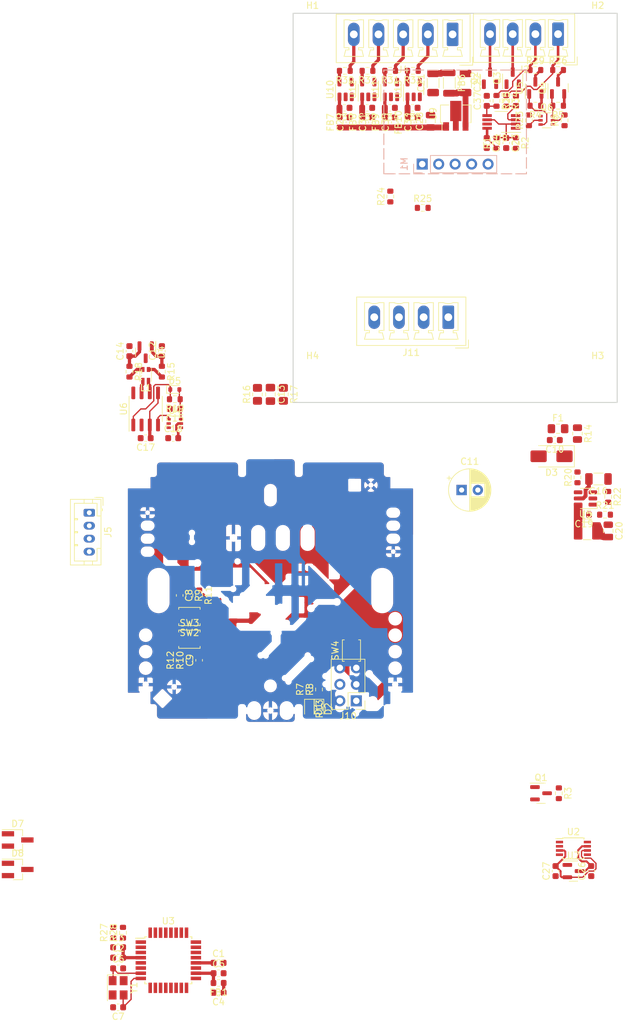
<source format=kicad_pcb>
(kicad_pcb (version 20221018) (generator pcbnew)
  (layers (0 "F.Cu" signal) (31 "B.Cu" signal) (34 "B.Paste" user) (35 "F.Paste" user) (36 "B.SilkS" user "B.Silkscreen") (37 "F.SilkS" user "F.Silkscreen") (38 "B.Mask" user) (39 "F.Mask" user) (44 "Edge.Cuts" user))
  (net 0 "")
  (net 1 "GND")
  (net 2 "+24V")
  (net 3 "+5V")
  (net 4 "/MCU/AREF")
  (net 5 "+5VA")
  (net 6 "/MCU/XTAL1")
  (net 7 "/MCU/XTAL2")
  (net 8 "/MCU/BT_0")
  (net 9 "/MCU/BT_1")
  (net 10 "/input, power, bus/CAN_{SPLIT}")
  (net 11 "/input, power, bus/TX_{DL}")
  (net 12 "/input, power, bus/BST")
  (net 13 "/input, power, bus/SW")
  (net 14 "Net-(D1-K)")
  (net 15 "Net-(D2-K)")
  (net 16 "Net-(L1-Pad1)")
  (net 17 "Net-(L1-Pad4)")
  (net 18 "/MCU/LD_1")
  (net 19 "Net-(R11-Pad2)")
  (net 20 "Net-(R10-Pad2)")
  (net 21 "/input, power, bus/EN")
  (net 22 "/input, power, bus/FB")
  (net 23 "/MCU/RXD")
  (net 24 "/MCU/TXD")
  (net 25 "/MCU/CD")
  (net 26 "VBUS")
  (net 27 "/MOSI")
  (net 28 "/MISO")
  (net 29 "/SCK")
  (net 30 "Net-(U9-IN)")
  (net 31 "/MCU/ISP_SCK")
  (net 32 "/MCU/~{ISP_RST}")
  (net 33 "/damp/VREF")
  (net 34 "Net-(U8A-+)")
  (net 35 "+3.3V")
  (net 36 "+12V")
  (net 37 "/input, power, bus/CAN-")
  (net 38 "/input, power, bus/CAN+")
  (net 39 "/input, power, bus/CAN_P")
  (net 40 "/input, power, bus/CAN_N")
  (net 41 "/out/12V0")
  (net 42 "/out/12V1")
  (net 43 "/out/12V2")
  (net 44 "/out/12V3")
  (net 45 "Net-(U8B-+)")
  (net 46 "/SDA")
  (net 47 "/SCL")
  (net 48 "/out/OUT1")
  (net 49 "/out/OUT0")
  (net 50 "/out/OUT3")
  (net 51 "/out/OUT2")
  (net 52 "/radar/RX3V")
  (net 53 "/radar/TX3V")
  (net 54 "/radar/INT3V")
  (net 55 "/damp/C-")
  (net 56 "/damp/O-")
  (net 57 "/damp/B+")
  (net 58 "/damp/A+")
  (net 59 "/MCU/ISP_MISO")
  (net 60 "/MCU/ISP_MOSI")
  (net 61 "/MCU/INT1")
  (net 62 "/MCU/CLS")
  (net 63 "/MCU/OPN")
  (net 64 "Net-(Q4-G)")
  (net 65 "Net-(Q4-D)")
  (net 66 "Net-(Q5-G)")
  (net 67 "Net-(Q5-D)")
  (net 68 "/MCU/A_EN")
  (net 69 "/MCU/B_EN")
  (net 70 "/MCU/A_FB")
  (net 71 "/MCU/B_FB")
  (net 72 "Net-(U10-OUT)")
  (net 73 "Net-(U11-OUT)")
  (net 74 "Net-(U12-OUT)")
  (net 75 "Net-(U13-OUT)")
  (net 76 "/DIM1")
  (net 77 "/DIM0")
  (net 78 "/DIM2")
  (net 79 "/DIM3")
  (footprint "Resistor_SMD:R_0603_1608Metric" (layer "F.Cu") (at 155 119.25 90)
    (fp_text reference "R7")
    (fp_text value "R")
  )
  (footprint "Resistor_SMD:R_0603_1608Metric" (layer "F.Cu") (at 136.5 114.75 90)
    (fp_text reference "R10")
    (fp_text value "R")
  )
  (footprint "Resistor_SMD:R_0603_1608Metric" (layer "F.Cu") (at 160.4775 23.875 180)
    (fp_text reference "R30")
    (fp_text value "200")
  )
  (footprint "Package_TO_SOT_SMD:SOT-23" (layer "F.Cu") (at 186.38 25 90)
    (fp_text reference "Q3")
    (fp_text value "2N7002K")
  )
  (footprint "MountingHole:MountingHole_3.2mm_M3" (layer "F.Cu") (at 199.5 72)
    (fp_text reference "H3")
    (fp_text value "MountingHole")
  )
  (footprint "Resistor_SMD:R_0603_1608Metric" (layer "F.Cu") (at 193.5 135.25 -90)
    (fp_text reference "R3")
    (fp_text value "R")
  )
  (footprint "Capacitor_SMD:C_1206_3216Metric" (layer "F.Cu") (at 174.1025 25.75 90)
    (fp_text reference "C21")
    (fp_text value "C")
  )
  (footprint "Package_TO_SOT_SMD:SOT-23-5" (layer "F.Cu") (at 164.1025 26.75 90)
    (fp_text reference "U12")
    (fp_text value "UCC27517")
  )
  (footprint "Capacitor_SMD:C_0603_1608Metric" (layer "F.Cu") (at 134 80.5)
    (fp_text reference "C18")
    (fp_text value "100n")
  )
  (footprint "Resistor_SMD:R_0603_1608Metric" (layer "F.Cu") (at 189.88 29.25 180)
    (fp_text reference "R4")
    (fp_text value "R")
  )
  (footprint "Capacitor_SMD:C_0603_1608Metric" (layer "F.Cu") (at 125.5 168.25 180)
    (fp_text reference "C7")
    (fp_text value "20p")
  )
  (footprint "Capacitor_SMD:C_0603_1608Metric" (layer "F.Cu") (at 125.5 162.25)
    (fp_text reference "C6")
    (fp_text value "20p")
  )
  (footprint "Resistor_SMD:R_0603_1608Metric" (layer "F.Cu") (at 136.5 104.75 -90)
    (fp_text reference "R9")
    (fp_text value "R")
  )
  (footprint "Resistor_SMD:R_0603_1608Metric" (layer "F.Cu") (at 183.88 35 90)
    (fp_text reference "R1")
    (fp_text value "R")
  )
  (footprint "Capacitor_SMD:C_0603_1608Metric" (layer "F.Cu") (at 135 104.75 -90)
    (fp_text reference "C8")
    (fp_text value "C")
  )
  (footprint "Package_TO_SOT_SMD:SOT-23" (layer "F.Cu") (at 189.88 26.5 90)
    (fp_text reference "Q5")
    (fp_text value "BSS83P")
  )
  (footprint "Capacitor_SMD:C_0603_1608Metric" (layer "F.Cu") (at 125.5 159)
    (fp_text reference "C3")
    (fp_text value "1u")
  )
  (footprint "Package_QFP:TQFP-32_7x7mm_P0.8mm" (layer "F.Cu") (at 133.25 161)
    (fp_text reference "U3")
    (fp_text value "ATmega328PB-A")
  )
  (footprint "Capacitor_SMD:C_0603_1608Metric" (layer "F.Cu") (at 138 114.75 90)
    (fp_text reference "C9")
    (fp_text value "C")
  )
  (footprint "Capacitor_SMD:C_0603_1608Metric" (layer "F.Cu") (at 161.1775 31.825 90)
    (fp_text reference "C29")
    (fp_text value "C")
  )
  (footprint "Diode_SMD:D_SOD-523" (layer "F.Cu") (at 134.25 73.000004)
    (fp_text reference "D5")
    (fp_text value "DNP")
  )
  (footprint "Diode_SMD:D_SMA" (layer "F.Cu") (at 192.375 83.299999 180)
    (fp_text reference "D3")
    (fp_text value "D_Zener")
  )
  (footprint "Resistor_SMD:R_0603_1608Metric" (layer "F.Cu") (at 135 114.75 90)
    (fp_text reference "R12")
    (fp_text value "R")
  )
  (footprint "Resistor_SMD:R_0603_1608Metric" (layer "F.Cu") (at 163.9775 23.875 180)
    (fp_text reference "R32")
    (fp_text value "200")
  )
  (footprint "MountingHole:MountingHole_3.2mm_M3" (layer "F.Cu") (at 155.5 18)
    (fp_text reference "H1")
    (fp_text value "MountingHole")
  )
  (footprint "Connector_Phoenix_MC:PhoenixContact_MCV_1,5_5-G-3.81_1x05_P3.81mm_Vertical" (layer "F.Cu") (at 177.1025 18.25 180)
    (fp_text reference "J4")
    (fp_text value "Screw_Terminal_01x05")
  )
  (footprint "Capacitor_SMD:C_0603_1608Metric" (layer "F.Cu") (at 197.375 92.299999 180)
    (fp_text reference "C19")
    (fp_text value "100n")
  )
  (footprint "Package_TO_SOT_SMD:SOT-23" (layer "F.Cu") (at 182.88 25 90)
    (fp_text reference "Q2")
    (fp_text value "2N7002K")
  )
  (footprint "Package_TO_SOT_SMD:SOT-23" (layer "F.Cu") (at 195.75 147.25)
    (fp_text reference "U7")
    (fp_text value "APE8865N-33-HF-3")
  )
  (footprint "Resistor_SMD:R_0603_1608Metric" (layer "F.Cu") (at 200.625 92.299999)
    (fp_text reference "R21")
    (fp_text value "43k")
  )
  (footprint "Package_TO_SOT_SMD:SOT-89-3" (layer "F.Cu") (at 177.6025 30.5 90)
    (fp_text reference "U9")
    (fp_text value "L78L12_SOT89")
  )
  (footprint "Fuse:Fuse_0805_2012Metric_Pad1.15x1.40mm_HandSolder" (layer "F.Cu") (at 193.375 79.049999)
    (fp_text reference "F1")
    (fp_text value "Fuse")
  )
  (footprint "MountingHole:MountingHole_3.2mm_M3" (layer "F.Cu") (at 199.5 18)
    (fp_text reference "H2")
    (fp_text value "MountingHole")
  )
  (footprint "Capacitor_SMD:C_0603_1608Metric" (layer "F.Cu") (at 125.5 160.6)
    (fp_text reference "C2")
    (fp_text value "100n")
  )
  (footprint "Capacitor_SMD:C_0603_1608Metric" (layer "F.Cu") (at 129.75 80.5 180)
    (fp_text reference "C17")
    (fp_text value "C")
  )
  (footprint "Resistor_SMD:R_0603_1608Metric" (layer "F.Cu") (at 156.5 119.25 90)
    (fp_text reference "R8")
    (fp_text value "R")
  )
  (footprint "Capacitor_SMD:C_1206_3216Metric" (layer "F.Cu") (at 199.612501 86.799999 180)
    (fp_text reference "C16")
    (fp_text value "10u")
  )
  (footprint "Capacitor_SMD:C_0603_1608Metric" (layer "F.Cu") (at 132.25 67.0875 90)
    (fp_text reference "C12")
    (fp_text value "C")
  )
  (footprint "Resistor_SMD:R_0603_1608Metric" (layer "F.Cu") (at 201.1125 89.549999 -90)
    (fp_text reference "R22")
    (fp_text value "8k2")
  )
  (footprint "Resistor_SMD:R_0603_1608Metric" (layer "F.Cu") (at 185.38 28.5 -90)
    (fp_text reference "R34")
    (fp_text value "R")
  )
  (footprint "Resistor_SMD:R_0603_1608Metric" (layer "F.Cu") (at 134.25 74.500001 180)
    (fp_text reference "R19")
    (fp_text value "0")
  )
  (footprint "Package_TO_SOT_SMD:SOT-23" (layer "F.Cu") (at 193.38 26.5 90)
    (fp_text reference "Q4")
    (fp_text value "BSS83P")
  )
  (footprint "Connector_PinHeader_2.54mm:PinHeader_2x03_P2.54mm_Vertical" (layer "F.Cu") (at 162.25 121 180)
    (fp_text reference "J10")
    (fp_text value "AVR-ISP-6")
  )
  (footprint "Crystal:Crystal_SMD_3225-4Pin_3.2x2.5mm" (layer "F.Cu") (at 125.5 165.25 -90)
    (fp_text reference "Y1")
    (fp_text value "Crystal_GND24")
  )
  (footprint "Package_TO_SOT_SMD:SOT-23-5" (layer "F.Cu") (at 171.1025 26.750001 90)
    (fp_text reference "U13")
    (fp_text value "UCC27517")
  )
  (footprint "Resistor_SMD:R_0603_1608Metric" (layer "F.Cu") (at 138 104.75 -90)
    (fp_text reference "R11")
    (fp_text value "R")
  )
  (footprint "Inductor_SMD:L_CommonModeChoke_Coilcraft_0805USB" (layer "F.Cu") (at 129.75 70.75)
    (fp_text reference "L1")
    (fp_text value "L_Ferrite_Coupled")
  )
  (footprint "Resistor_SMD:R_0805_2012Metric_Pad1.20x1.40mm_HandSolder" (layer "F.Cu") (at 147 73.75 90)
    (fp_text reference "R16")
    (fp_text value "R")
  )
  (footprint "Capacitor_SMD:C_0603_1608Metric" (layer "F.Cu") (at 127.25 67.0875 90)
    (fp_text reference "C14")
    (fp_text value "C")
  )
  (footprint "Capacitor_SMD:C_0805_2012Metric" (layer "F.Cu") (at 201.125 94.799999 -90)
    (fp_text reference "C20")
    (fp_text value "22u")
  )
  (footprint "Capacitor_SMD:C_0603_1608Metric" (layer "F.Cu") (at 141 163)
    (fp_text reference "C5")
    (fp_text value "100n")
  )
  (footprint "Resistor_SMD:R_0603_1608Metric" (layer "F.Cu") (at 127.25 70.25 -90)
    (fp_text reference "R18")
    (fp_text value "R")
  )
  (footprint "Package_TO_SOT_SMD:SOT-23_Handsoldering" (layer "F.Cu") (at 110 142.45)
    (fp_text reference "D7")
    (fp_text value "~")
  )
  (footprint "Capacitor_SMD:C_0805_2012Metric" (layer "F.Cu") (at 173.7025 31.649999 90)
    (fp_text reference "C28")
    (fp_text value "C")
  )
  (footprint "Capacitor_SMD:C_0603_1608Metric" (layer "F.Cu") (at 182.38 35 -90)
    (fp_text reference "C24")
    (fp_text value "C")
  )
  (footprint "Resistor_SMD:R_0603_1608Metric" (layer "F.Cu") (at 183.88 28.5 -90)
    (fp_text reference "R35")
    (fp_text value "R")
  )
  (footprint "Package_TO_SOT_SMD:SOT-23" (layer "F.Cu") (at 190.75 135.25)
    (fp_text reference "Q1")
    (fp_text value "BSS138")
  )
  (footprint "LED_SMD:LED_0603_1608Metric" (layer "F.Cu") (at 155 122.25 -90)
    (fp_text reference "D1")
    (fp_text value "LED")
  )
  (footprint "Capacitor_SMD:C_0603_1608Metric" (layer "F.Cu") (at 192.875 80.799999 180)
    (fp_text reference "C10")
    (fp_text value "C")
  )
  (footprint "Capacitor_SMD:C_0603_1608Metric" (layer "F.Cu") (at 164.677499 31.825 90)
    (fp_text reference "C31")
    (fp_text value "C")
  )
  (footprint "Capacitor_SMD:C_0603_1608Metric" (layer "F.Cu") (at 186.88 28.5 90)
    (fp_text reference "C25")
    (fp_text value "C")
  )
  (footprint "Capacitor_THT:CP_Radial_D6.3mm_P2.50mm" (layer "F.Cu") (at 178.5 88.5)
    (fp_text reference "C11")
    (fp_text value "C_Polarized")
  )
  (footprint "Resistor_SMD:R_0603_1608Metric" (layer "F.Cu") (at 126.25 156.75 90)
    (fp_text reference "R28")
    (fp_text value "R")
  )
  (footprint "Resistor_SMD:R_0603_1608Metric" (layer "F.Cu") (at 132.25 70.25 -90)
    (fp_text reference "R15")
    (fp_text value "R")
  )
  (footprint "Package_TO_SOT_SMD:SOT-23_Handsoldering" (layer "F.Cu") (at 110 147)
    (fp_text reference "D8")
    (fp_text value "~")
  )
  (footprint "Package_TO_SOT_SMD:SOT-23" (layer "F.Cu") (at 129.75 67.25 -90)
    (fp_text reference "D4")
    (fp_text value "SM712_SOT23")
  )
  (footprint "Inductor_SMD:L_0603_1608Metric" (layer "F.Cu") (at 141 164.5 180)
    (fp_text reference "FB1")
    (fp_text value "FerriteBead")
  )
  (footprint "Resistor_SMD:R_0603_1608Metric" (layer "F.Cu") (at 188.88 31.5 90)
    (fp_text reference "R23")
    (fp_text value "R")
  )
  (footprint "Capacitor_SMD:C_0603_1608Metric" (layer "F.Cu") (at 167.4275 29.575 180)
    (fp_text reference "C34")
    (fp_text value "C")
  )
  (footprint "Capacitor_SMD:C_0603_1608Metric" (layer "F.Cu") (at 141 165.999999 180)
    (fp_text reference "C4")
    (fp_text value "100n")
  )
  (footprint "Resistor_SMD:R_0603_1608Metric" (layer "F.Cu") (at 189.88 23.75)
    (fp_text reference "R29")
    (fp_text value "1")
  )
  (footprint "Capacitor_SMD:C_1206_3216Metric" (layer "F.Cu") (at 179.1025 25.75 -90)
    (fp_text reference "C22")
    (fp_text value "C")
  )
  (footprint "Resistor_SMD:R_0603_1608Metric" (layer "F.Cu") (at 172.5 45)
    (fp_text reference "R25")
    (fp_text value "R")
  )
  (footprint "Capacitor_SMD:C_0603_1608Metric" (layer "F.Cu") (at 134.25 76 180)
    (fp_text reference "C15")
    (fp_text value "C")
  )
  (footprint "Capacitor_SMD:C_0603_1608Metric" (layer "F.Cu") (at 182.38 28.5 90)
    (fp_text reference "C37")
    (fp_text value "C")
  )
  (footprint "LED_SMD:LED_0603_1608Metric" (layer "F.Cu") (at 156.5 122.25 -90)
    (fp_text reference "D2")
    (fp_text value "LED")
  )
  (footprint "Resistor_SMD:R_0805_2012Metric_Pad1.20x1.40mm_HandSolder" (layer "F.Cu") (at 151 73.75 -90)
    (fp_text reference "R17")
    (fp_text value "R")
  )
  (footprint "Connector_JST:JST_PH_B4B-PH-K_1x04_P2.00mm_Vertical" (layer "F.Cu") (at 121.05 92 -90)
    (fp_text reference "J5")
    (fp_text value "Conn_01x04")
  )
  (footprint "Capacitor_SMD:C_0603_1608Metric" (layer "F.Cu") (at 198.5 147.25 90)
    (fp_text reference "C26")
    (fp_text value "100n")
  )
  (footprint "Package_SO:SOIC-8_3.9x4.9mm_P1.27mm" (layer "F.Cu") (at 129.75 76 90)
    (fp_text reference "U6")
    (fp_text value "TJA1051T-3")
  )
  (footprint "Connector_Phoenix_MC:PhoenixContact_MCV_1,5_4-G-3.5_1x04_P3.50mm_Vertical" (layer "F.Cu") (at 193.38 18.215 180)
    (fp_text reference "J2")
    (fp_text value "Screw_Terminal_01x04")
  )
  (footprint "Inductor_SMD:L_0603_1608Metric" (layer "F.Cu") (at 166.6775 31.825 90)
    (fp_text reference "FB9")
    (fp_text value "FerriteBead")
  )
  (footprint "Resistor_SMD:R_0603_1608Metric" (layer "F.Cu") (at 124.75 156.75 90)
    (fp_text reference "R27")
    (fp_text value "R")
  )
  (footprint "Resistor_SMD:R_0603_1608Metric" (layer "F.Cu") (at 170.9775 23.875 180)
    (fp_text reference "R33")
    (fp_text value "200")
  )
  (footprint "Capacitor_SMD:C_0603_1608Metric" (layer "F.Cu") (at 160.4275 29.575 180)
    (fp_text reference "C30")
    (fp_text value "C")
  )
  (footprint "Package_TO_SOT_SMD:SOT-363_SC-70-6" (layer "F.Cu") (at 191.63 31.5)
    (fp_text reference "Q6")
    (fp_text value "2N7002DW")
  )
  (footprint "Package_TO_SOT_SMD:SOT-363_SC-70-6" (layer "F.Cu") (at 134.25 78.25)
    (fp_text reference "U4")
    (fp_text value "74LVC1G57")
  )
  (footprint "Resistor_SMD:R_0603_1608Metric" (layer "F.Cu") (at 194.38 31.5 90)
    (fp_text reference "R6")
    (fp_text value "R")
  )
  (footprint "Capacitor_SMD:C_0603_1608Metric" (layer "F.Cu") (at 171.6775 31.825 90)
    (fp_text reference "C33")
    (fp_text value "C")
  )
  (footprint "Capacitor_SMD:C_0603_1608Metric" (layer "F.Cu") (at 163.9275 29.575 180)
    (fp_text reference "C32")
    (fp_text value "C")
  )
  (footprint "Inductor_SMD:L_0603_1608Metric" (layer "F.Cu") (at 170.1775 31.825 90)
    (fp_text reference "FB10")
    (fp_text value "FerriteBead")
  )
  (footprint "Package_TO_SOT_SMD:SOT-23-6" (layer "F.Cu") (at 197.6125 89.8 180)
    (fp_text reference "U5")
    (fp_text value "TD1465")
  )
  (footprint "Inductor_SMD:L_1206_3216Metric" (layer "F.Cu") (at 176.6025 25.75 -90)
    (fp_text reference "FB6")
    (fp_text value "FerriteBead")
  )
  (footprint "Button_Switch_SMD:SW_SPST_B3U-1000P" (layer "F.Cu") (at 161.5 113.25 90)
    (fp_text reference "SW4")
    (fp_text value "SW_Push")
  )
  (footprint "Resistor_SMD:R_0603_1608Metric" (layer "F.Cu") (at 196.375 86.549999 90)
    (fp_text reference "R20")
    (fp_text value "1M")
  )
  (footprint "Resistor_SMD:R_0603_1608Metric" (layer "F.Cu") (at 167.5 43.25 90)
    (fp_text reference "R24")
    (fp_text value "R")
  )
  (footprint "Capacitor_SMD:C_0805_2012Metric_Pad1.18x1.45mm_HandSolder" (layer "F.Cu") (at 149 73.75 -90)
    (fp_text reference "C13")
    (fp_text value "C")
  )
  (footprint "Capacitor_SMD:C_0603_1608Metric" (layer "F.Cu") (at 141 161.4)
    (fp_text reference "C1")
    (fp_text value "100n")
  )
  (footprint "Package_TO_SOT_SMD:SOT-23-5" (layer "F.Cu") (at 160.6025 26.75 90)
    (fp_text reference "U10")
    (fp_text value "UCC27517")
  )
  (footprint "Capacitor_SMD:C_0603_1608Metric" (layer "F.Cu") (at 168.1775 31.825 90)
    (fp_text reference "C35")
    (fp_text value "C")
  )
  (footprint "Resistor_SMD:R_0603_1608Metric" (layer "F.Cu") (at 158 122.25 90)
    (fp_text reference "R13")
    (fp_text value "R")
  )
  (footprint "Resistor_SMD:R_0805_2012Metric" (layer "F.Cu") (at 196.375 79.799999 -90)
    (fp_text reference "R14")
    (fp_text value "R")
  )
  (footprint "Button_Switch_SMD:SW_SPST_B3U-1000P" (layer "F.Cu") (at 136.5 108 180)
    (fp_text reference "SW2")
    (fp_text value "SW_Push")
  )
  (footprint "Connector_Phoenix_MC:PhoenixContact_MCV_1,5_4-G-3.81_1x04_P3.81mm_Vertical" (layer "F.Cu") (at 176.4475 61.8575 180)
    (fp_text reference "J11")
    (fp_text value "Screw_Terminal_01x04")
  )
  (footprint "Inductor_SMD:L_0603_1608Metric" (layer "F.Cu") (at 159.6775 31.825001 90)
    (fp_text reference "FB7")
    (fp_text value "FerriteBead")
  )
  (footprint "Capacitor_SMD:C_0603_1608Metric" (layer "F.Cu") (at 193 147.25 90)
    (fp_text reference "C27")
    (fp_text value "100n")
  )
  (footprint "Button_Switch_SMD:SW_SPST_B3U-1000P" (layer "F.Cu") (at 136.5 111.5)
    (fp_text reference "SW3")
    (fp_text value "SW_Push")
  )
  (footprint "Package_SO:VSSOP-8_3.0x3.0mm_P0.65mm" (layer "F.Cu") (at 184.63 31.75 180)
    (fp_text reference "U8")
    (fp_text value "LM393A")
  )
  (footprint "Capacitor_SMD:C_0603_1608Metric" (layer "F.Cu") (at 170.9275 29.575 180)
    (fp_text reference "C36")
    (fp_text value "C")
  )
  (footprint "Resistor_SMD:R_0603_1608Metric" (layer "F.Cu") (at 186.88 35 -90)
    (fp_text reference "R2")
    (fp_text value "R")
  )
  (footprint "Resistor_SMD:R_0603_1608Metric" (layer "F.Cu") (at 193.38 29.25 180)
    (fp_text reference "R5")
    (fp_text value "R")
  )
  (footprint "Resistor_SMD:R_0603_1608Metric" (layer "F.Cu") (at 167.4775 23.875001 180)
    (fp_text reference "R31")
    (fp_text value "200")
  )
  (footprint "Capacitor_SMD:C_0603_1608Metric" (layer "F.Cu") (at 185.38 35 -90)
    (fp_text reference "C23")
    (fp_text value "C")
  )
  (footprint "Resistor_SMD:R_0603_1608Metric" (layer "F.Cu") (at 193.38 23.75)
    (fp_text reference "R26")
    (fp_text value "1")
  )
  (footprint "Inductor_SMD:L_1210_3225Metric" (layer "F.Cu") (at 197.875 94.799999)
    (fp_text reference "L2")
    (fp_text value "22u")
  )
  (footprint "Inductor_SMD:L_0603_1608Metric" (layer "F.Cu") (at 163.1775 31.825 90)
    (fp_text reference "FB8")
    (fp_text value "FerriteBead")
  )
  (footprint "MountingHole:MountingHole_3.2mm_M3" (layer "F.Cu") (at 155.5 72)
    (fp_text reference "H4")
    (fp_text value "MountingHole")
  )
  (footprint "Package_SO:TSSOP-8_3x3mm_P0.65mm" (layer "F.Cu") (at 195.75 143.75)
    (fp_text reference "U2")
    (fp_text value "TXB0102DCT")
  )
  (footprint "Package_TO_SOT_SMD:SOT-23-5" (layer "F.Cu") (at 167.6025 26.75 90)
    (fp_text reference "U11")
    (fp_text value "UCC27517")
  )
  (footprint "project_lib:HLK-LD2410C" (layer "B.Cu") (at 177.5 31.75 -90)
    (fp_text reference "M1")
    (fp_text value "HLK-LD2410C")
  )
  (gr_rect (start 152.5 15) (end 202.5 75) (stroke (width 0.15)) (fill none) (layer "Edge.Cuts"))
  (segment (start 182.38 34.225) (end 183.879999 35.725) (width 0.2) (layer "F.Cu") (net 2))
  (segment (start 182.43 32.725) (end 182.43 34.175) (width 0.4) (layer "F.Cu") (net 2))
  (segment (start 175.4275 24.175) (end 175.3275 24.274999) (width 1) (layer "F.Cu") (net 2))
  (segment (start 176.6025 24.175) (end 175.4275 24.175) (width 1) (layer "F.Cu") (net 2))
  (segment (start 190.83 27.4375) (end 190.83 29.125) (width 0.4) (layer "F.Cu") (net 2))
  (segment (start 182.43 34.175) (end 182.38 34.225) (width 0.4) (layer "F.Cu") (net 2))
  (segment (start 194.33 29.125) (end 194.205 29.25) (width 0.4) (layer "F.Cu") (net 2))
  (segment (start 175.3275 24.274999) (end 174.1025 24.275) (width 1) (layer "F.Cu") (net 2))
  (segment (start 194.33 27.4375) (end 194.33 29.125) (width 0.4) (layer "F.Cu") (net 2))
  (segment (start 190.83 29.125) (end 190.705 29.25) (width 0.4) (layer "F.Cu") (net 2))
  (segment (start 183.879999 35.725) (end 183.88 35.825) (width 0.2) (layer "F.Cu") (net 2))
  (segment (start 135.199999 78.25) (end 134.749999 78.25) (width 0.4) (layer "F.Cu") (net 3))
  (segment (start 130.385 78.475) (end 130.385 80.36) (width 0.5) (layer "F.Cu") (net 3))
  (segment (start 197.775 145.75) (end 198.5 146.475) (width 0.3) (layer "F.Cu") (net 3))
  (segment (start 197.562563 147.25) (end 198.337563 146.475) (width 0.3) (layer "F.Cu") (net 3))
  (segment (start 129 160.6) (end 126.275 160.6) (width 0.5) (layer "F.Cu") (net 3))
  (segment (start 196.5 145.25) (end 197 145.75) (width 0.3) (layer "F.Cu") (net 3))
  (segment (start 197.625 89.42441) (end 197.625 88.462499) (width 0.6) (layer "F.Cu") (net 3))
  (segment (start 197 145.75) (end 197.775 145.75) (width 0.3) (layer "F.Cu") (net 3))
  (segment (start 196.6875 147.25) (end 197.562563 147.25) (width 0.3) (layer "F.Cu") (net 3))
  (segment (start 197.9 143.425) (end 197.075 143.425) (width 0.3) (layer "F.Cu") (net 3))
  (segment (start 134.5 78.5) (end 134.5 79.25) (width 0.4) (layer "F.Cu") (net 3))
  (segment (start 134.749999 78.25) (end 134.5 78.5) (width 0.4) (layer "F.Cu") (net 3))
  (segment (start 131.655 75.095) (end 131.655 73.525) (width 0.2) (layer "F.Cu") (net 3))
  (segment (start 198.337563 146.475) (end 198.5 146.475) (width 0.3) (layer "F.Cu") (net 3))
  (segment (start 197.24941 89.8) (end 197.625 89.42441) (width 0.6) (layer "F.Cu") (net 3))
  (segment (start 196.5 144) (end 196.5 145.25) (width 0.3) (layer "F.Cu") (net 3))
  (segment (start 134.775 79.525) (end 134.775 80.5) (width 0.4) (layer "F.Cu") (net 3))
  (segment (start 141.7875 165.987499) (end 141.775 165.999999) (width 0.5) (layer "F.Cu") (net 3))
  (segment (start 197.075 143.425) (end 196.5 144) (width 0.3) (layer "F.Cu") (net 3))
  (segment (start 130.385 78.475) (end 130.385 76.365) (width 0.2) (layer "F.Cu") (net 3))
  (segment (start 126.275 160.6) (end 126.275 159) (width 0.5) (layer "F.Cu") (net 3))
  (segment (start 196.475 89.8) (end 197.24941 89.8) (width 0.6) (layer "F.Cu") (net 3))
  (segment (start 197.625 88.462499) (end 198.137501 87.949998) (width 0.6) (layer "F.Cu") (net 3))
  (segment (start 198.137501 87.949998) (end 198.137501 86.799999) (width 0.6) (layer "F.Cu") (net 3))
  (segment (start 134.5 79.25) (end 134.775 79.525) (width 0.4) (layer "F.Cu") (net 3))
  (segment (start 130.385 80.36) (end 130.525 80.5) (width 0.5) (layer "F.Cu") (net 3))
  (segment (start 141.7875 164.5) (end 141.7875 165.987499) (width 0.5) (layer "F.Cu") (net 3))
  (segment (start 130.385 76.365) (end 131.655 75.095) (width 0.2) (layer "F.Cu") (net 3))
  (segment (start 140.225 161.4) (end 137.5 161.4) (width 0.5) (layer "F.Cu") (net 4))
  (segment (start 140.2125 164.5) (end 140.2125 163.0125) (width 0.5) (layer "F.Cu") (net 5))
  (segment (start 140.225 163) (end 137.5 163) (width 0.5) (layer "F.Cu") (net 5))
  (segment (start 140.2125 163.0125) (end 140.225 163) (width 0.5) (layer "F.Cu") (net 5))
  (segment (start 129 163) (end 125.475 163) (width 0.2) (layer "F.Cu") (net 6))
  (segment (start 125.475 163) (end 124.725 162.25) (width 0.2) (layer "F.Cu") (net 6))
  (segment (start 124.725 164.075) (end 124.65 164.15) (width 0.2) (layer "F.Cu") (net 6))
  (segment (start 124.725 162.25) (end 124.725 164.075) (width 0.2) (layer "F.Cu") (net 6))
  (segment (start 127.95 163.8) (end 127.5 164.25) (width 0.2) (layer "F.Cu") (net 7))
  (segment (start 126.275 168.25) (end 126.275 166.425) (width 0.2) (layer "F.Cu") (net 7))
  (segment (start 129 163.8) (end 127.95 163.8) (width 0.2) (layer "F.Cu") (net 7))
  (segment (start 127.5 167.025) (end 126.275 168.25) (width 0.2) (layer "F.Cu") (net 7))
  (segment (start 127.5 164.25) (end 127.5 167.025) (width 0.2) (layer "F.Cu") (net 7))
  (segment (start 126.275 166.425) (end 126.35 166.35) (width 0.2) (layer "F.Cu") (net 7))
  (segment (start 135.2 77.6) (end 135.2 76.175002) (width 0.2) (layer "F.Cu") (net 11))
  (segment (start 135.075 74.500001) (end 135.075 75.950001) (width 0.2) (layer "F.Cu") (net 11))
  (segment (start 134.95 74.375001) (end 135.075 74.500001) (width 0.2) (layer "F.Cu") (net 11))
  (segment (start 134.95 73.000003) (end 134.95 74.375001) (width 0.2) (layer "F.Cu") (net 11))
  (segment (start 135.075 75.950001) (end 135.025 76.000001) (width 0.2) (layer "F.Cu") (net 11))
  (segment (start 135.2 76.175002) (end 135.025 76.000001) (width 0.2) (layer "F.Cu") (net 11))
  (segment (start 129.315 69.915) (end 128.41 69.915) (width 0.5) (layer "F.Cu") (net 16))
  (segment (start 128.41 69.915) (end 127.25 71.075) (width 0.5) (layer "F.Cu") (net 16))
  (segment (start 130.185 69.915) (end 131.09 69.915) (width 0.5) (layer "F.Cu") (net 17))
  (segment (start 131.09 69.915) (end 132.25 71.075) (width 0.5) (layer "F.Cu") (net 17))
  (segment (start 133.3 77.3) (end 133 77) (width 0.2) (layer "F.Cu") (net 23))
  (segment (start 131.655 77.345) (end 131.655 78.475) (width 0.2) (layer "F.Cu") (net 23))
  (segment (start 132 77) (end 131.655 77.345) (width 0.2) (layer "F.Cu") (net 23))
  (segment (start 133 77) (end 132 77) (width 0.2) (layer "F.Cu") (net 23))
  (segment (start 133.3 77.6) (end 133.3 77.3) (width 0.2) (layer "F.Cu") (net 23))
  (segment (start 133.55 72.55) (end 133.25 72.25) (width 0.2) (layer "F.Cu") (net 24))
  (segment (start 133.55 74.375001) (end 133.425 74.500001) (width 0.2) (layer "F.Cu") (net 24))
  (segment (start 131 74.75) (end 129.75 76) (width 0.2) (layer "F.Cu") (net 24))
  (segment (start 131 72.5) (end 131 74.75) (width 0.2) (layer "F.Cu") (net 24))
  (segment (start 129.75 76) (end 129 76) (width 0.2) (layer "F.Cu") (net 24))
  (segment (start 133.55 73.000004) (end 133.55 72.55) (width 0.2) (layer "F.Cu") (net 24))
  (segment (start 133.55 73.000003) (end 133.55 74.375001) (width 0.2) (layer "F.Cu") (net 24))
  (segment (start 131.25 72.25) (end 131 72.5) (width 0.2) (layer "F.Cu") (net 24))
  (segment (start 133.25 72.25) (end 131.25 72.25) (width 0.2) (layer "F.Cu") (net 24))
  (segment (start 127.845 77.155) (end 127.845 78.475) (width 0.2) (layer "F.Cu") (net 24))
  (segment (start 129 76) (end 127.845 77.155) (width 0.2) (layer "F.Cu") (net 24))
  (segment (start 177.7775 27.325) (end 177.8775 27.225) (width 1) (layer "F.Cu") (net 30))
  (segment (start 179.1025 32.45) (end 179.1025 27.225) (width 0.9) (layer "F.Cu") (net 30))
  (segment (start 176.6025 27.325) (end 177.7775 27.325) (width 1) (layer "F.Cu") (net 30))
  (segment (start 177.8775 27.225) (end 179.1025 27.225) (width 1) (layer "F.Cu") (net 30))
  (segment (start 183.555 31.425) (end 182.43 31.425) (width 0.2) (layer "F.Cu") (net 33))
  (segment (start 186.88 34.175) (end 185.38 34.175) (width 0.2) (layer "F.Cu") (net 33))
  (segment (start 183.88 34.175) (end 186.88 34.175) (width 0.2) (layer "F.Cu") (net 33))
  (segment (start 185.705 32.075) (end 184.205 32.075) (width 0.2) (layer "F.Cu") (net 33))
  (segment (start 185.38 34.175) (end 185.38 32.075) (width 0.2) (layer "F.Cu") (net 33))
  (segment (start 186.83 32.075) (end 185.705 32.075) (width 0.2) (layer "F.Cu") (net 33))
  (segment (start 184.205 32.075) (end 183.555 31.425) (width 0.2) (layer "F.Cu") (net 33))
  (segment (start 185.38 29.325) (end 186.83 29.325) (width 0.2) (layer "F.Cu") (net 34))
  (segment (start 186.83 31.425) (end 185.805 31.425) (width 0.2) (layer "F.Cu") (net 34))
  (segment (start 185.805 31.425) (end 185.63 31.25) (width 0.2) (layer "F.Cu") (net 34))
  (segment (start 185.63 30.525) (end 186.88 29.275) (width 0.2) (layer "F.Cu") (net 34))
  (segment (start 185.63 31.25) (end 185.63 30.525) (width 0.2) (layer "F.Cu") (net 34))
  (segment (start 186.83 29.325) (end 186.88 29.275) (width 0.2) (layer "F.Cu") (net 34))
  (segment (start 193.775 147.275) (end 193 146.5) (width 0.3) (layer "F.Cu") (net 35))
  (segment (start 198.421751 145.25) (end 199.225 146.053249) (width 0.2) (layer "F.Cu") (net 35))
  (segment (start 193.025 146.475) (end 193 146.475) (width 0.3) (layer "F.Cu") (net 35))
  (segment (start 193.775 148.025) (end 193.775 147.275) (width 0.3) (layer "F.Cu") (net 35))
  (segment (start 197.178249 148.2) (end 194.8125 148.2) (width 0.2) (layer "F.Cu") (net 35))
  (segment (start 199.225 146.053249) (end 199.225 146.896751) (width 0.2) (layer "F.Cu") (net 35))
  (segment (start 193.95 148.2) (end 193.775 148.025) (width 0.3) (layer "F.Cu") (net 35))
  (segment (start 197.25 145.25) (end 198.421751 145.25) (width 0.2) (layer "F.Cu") (net 35))
  (segment (start 199.225 146.896751) (end 198.871751 147.25) (width 0.2) (layer "F.Cu") (net 35))
  (segment (start 193 146.5) (end 193 146.475) (width 0.3) (layer "F.Cu") (net 35))
  (segment (start 198.871751 147.25) (end 198.128249 147.25) (width 0.2) (layer "F.Cu") (net 35))
  (segment (start 198.128249 147.25) (end 197.178249 148.2) (width 0.2) (layer "F.Cu") (net 35))
  (segment (start 193.6 144.075) (end 194.325 144.075) (width 0.3) (layer "F.Cu") (net 35))
  (segment (start 197.15 144.075) (end 197 144.225) (width 0.2) (layer "F.Cu") (net 35))
  (segment (start 197 145) (end 197.25 145.25) (width 0.2) (layer "F.Cu") (net 35))
  (segment (start 194.5 145) (end 193.025 146.475) (width 0.3) (layer "F.Cu") (net 35))
  (segment (start 197 144.225) (end 197 145) (width 0.2) (layer "F.Cu") (net 35))
  (segment (start 194.5 144.25) (end 194.5 145) (width 0.3) (layer "F.Cu") (net 35))
  (segment (start 194.8125 148.2) (end 193.95 148.2) (width 0.3) (layer "F.Cu") (net 35))
  (segment (start 194.325 144.075) (end 194.5 144.25) (width 0.3) (layer "F.Cu") (net 35))
  (segment (start 197.9 144.075) (end 197.15 144.075) (width 0.2) (layer "F.Cu") (net 35))
  (segment (start 175.9525 32.6) (end 173.7025 32.6) (width 0.9) (layer "F.Cu") (net 36))
  (segment (start 176.1025 32.45) (end 175.9525 32.6) (width 0.9) (layer "F.Cu") (net 36))
  (segment (start 173.7025 32.6) (end 171.6775 32.6) (width 0.9) (layer "F.Cu") (net 36))
  (segment (start 171.6775 32.612501) (end 159.6775 32.6125) (width 0.9) (layer "F.Cu") (net 36))
  (segment (start 131.3625 67.8625) (end 132.25 67.8625) (width 0.5) (layer "F.Cu") (net 37))
  (segment (start 130.7 67.2) (end 131.3625 67.8625) (width 0.5) (layer "F.Cu") (net 37))
  (segment (start 132.25 69.425) (end 132.25 67.8625) (width 0.5) (layer "F.Cu") (net 37))
  (segment (start 130.7 66.3125) (end 130.7 67.2) (width 0.5) (layer "F.Cu") (net 37))
  (segment (start 128.8 67.2) (end 128.1375 67.8625) (width 0.5) (layer "F.Cu") (net 38))
  (segment (start 128.1375 67.8625) (end 127.25 67.8625) (width 0.5) (layer "F.Cu") (net 38))
  (segment (start 127.25 69.425) (end 127.25 67.8625) (width 0.5) (layer "F.Cu") (net 38))
  (segment (start 128.8 66.3125) (end 128.8 67.2) (width 0.5) (layer "F.Cu") (net 38))
  (segment (start 129.115 72.385) (end 129.315 72.185) (width 0.5) (layer "F.Cu") (net 39))
  (segment (start 129.315 72.185) (end 129.315 71.585) (width 0.5) (layer "F.Cu") (net 39))
  (segment (start 129.115 73.525) (end 129.115 72.385) (width 0.5) (layer "F.Cu") (net 39))
  (segment (start 130.185 72.185) (end 130.185 71.585) (width 0.5) (layer "F.Cu") (net 40))
  (segment (start 130.385 73.525) (end 130.385 72.385) (width 0.5) (layer "F.Cu") (net 40))
  (segment (start 130.385 72.385) (end 130.185 72.185) (width 0.5) (layer "F.Cu") (net 40))
  (segment (start 159.4775 29.4) (end 159.6525 29.575) (width 0.5) (layer "F.Cu") (net 41))
  (segment (start 159.6525 31.0125) (end 159.6775 31.0375) (width 0.9) (layer "F.Cu") (net 41))
  (segment (start 159.6525 27.8875) (end 159.6525 29.575) (width 0.5) (layer "F.Cu") (net 41))
  (segment (start 159.6525 29.575) (end 159.6525 31.0125) (width 0.9) (layer "F.Cu") (net 41))
  (segment (start 163.1525 29.575) (end 163.1525 31.0125) (width 0.9) (layer "F.Cu") (net 42))
  (segment (start 163.1525 27.887501) (end 163.1525 29.575) (width 0.5) (layer "F.Cu") (net 42))
  (segment (start 162.9775 29.4) (end 163.1525 29.575) (width 0.5) (layer "F.Cu") (net 42))
  (segment (start 163.1525 31.0125) (end 163.1775 31.0375) (width 0.9) (layer "F.Cu") (net 42))
  (segment (start 166.477501 29.4) (end 166.6525 29.575) (width 0.5) (layer "F.Cu") (net 43))
  (segment (start 166.6525 31.0125) (end 166.6775 31.037499) (width 0.9) (layer "F.Cu") (net 43))
  (segment (start 166.6525 27.8875) (end 166.6525 29.575) (width 0.5) (layer "F.Cu") (net 43))
  (segment (start 166.6525 29.575) (end 166.6525 31.0125) (width 0.9) (layer "F.Cu") (net 43))
  (segment (start 170.1525 27.8875) (end 170.1525 29.575) (width 0.5) (layer "F.Cu") (net 44))
  (segment (start 170.1525 31.0125) (end 170.1775 31.0375) (width 0.9) (layer "F.Cu") (net 44))
  (segment (start 170.1525 29.575) (end 170.1525 31.0125) (width 0.9) (layer "F.Cu") (net 44))
  (segment (start 169.977499 29.4) (end 170.1525 29.575) (width 0.5) (layer "F.Cu") (net 44))
  (segment (start 183.88 29.325) (end 182.43 29.325) (width 0.2) (layer "F.Cu") (net 45))
  (segment (start 182.38 30.725) (end 182.43 30.775) (width 0.2) (layer "F.Cu") (net 45))
  (segment (start 182.38 29.275) (end 182.38 30.725) (width 0.2) (layer "F.Cu") (net 45))
  (segment (start 182.43 29.325) (end 182.38 29.275) (width 0.2) (layer "F.Cu") (net 45))
  (segment (start 165.6725 22.18) (end 165.6725 18.25) (width 0.5) (layer "F.Cu") (net 48))
  (segment (start 164.8025 23.05) (end 165.6725 22.18) (width 0.5) (layer "F.Cu") (net 48))
  (segment (start 164.8025 23.875) (end 164.8025 23.05) (width 0.5) (layer "F.Cu") (net 48))
  (segment (start 161.8625 22.49) (end 161.8625 18.25) (width 0.5) (layer "F.Cu") (net 49))
  (segment (start 161.3025 23.875) (end 161.3025 23.05) (width 0.5) (layer "F.Cu") (net 49))
  (segment (start 161.3025 23.05) (end 161.8625 22.49) (width 0.5) (layer "F.Cu") (net 49))
  (segment (start 171.8025 23.05) (end 173.2925 21.56) (width 0.5) (layer "F.Cu") (net 50))
  (segment (start 173.2925 21.56) (end 173.2925 18.25) (width 0.5) (layer "F.Cu") (net 50))
  (segment (start 171.8025 23.875) (end 171.8025 23.05) (width 0.5) (layer "F.Cu") (net 50))
  (segment (start 168.3025 23.050001) (end 169.4825 21.870001) (width 0.5) (layer "F.Cu") (net 51))
  (segment (start 169.4825 21.870001) (end 169.4825 18.25) (width 0.5) (layer "F.Cu") (net 51))
  (segment (start 168.3025 23.875001) (end 168.3025 23.050001) (width 0.5) (layer "F.Cu") (net 51))
  (segment (start 182.88 24.0625) (end 182.88 19.5) (width 0.4) (layer "F.Cu") (net 55))
  (segment (start 186.38 24.0625) (end 186.38 19.5) (width 0.4) (layer "F.Cu") (net 56))
  (segment (start 184.571237 26.983763) (end 183.88 27.675) (width 0.2) (layer "F.Cu") (net 57))
  (segment (start 189.055 23.75) (end 189.055 23.075) (width 0.4) (layer "F.Cu") (net 57))
  (segment (start 185.686922 26.983763) (end 184.571237 26.983763) (width 0.2) (layer "F.Cu") (net 57))
  (segment (start 189.055 23.75) (end 188.13 23.75) (width 0.2) (layer "F.Cu") (net 57))
  (segment (start 189.88 22.25) (end 189.88 19.5) (width 0.4) (layer "F.Cu") (net 57))
  (segment (start 186.38 26.290685) (end 185.686922 26.983763) (width 0.2) (layer "F.Cu") (net 57))
  (segment (start 189.055 23.075) (end 189.88 22.25) (width 0.4) (layer "F.Cu") (net 57))
  (segment (start 188.13 23.75) (end 186.38 25.5) (width 0.2) (layer "F.Cu") (net 57))
  (segment (start 186.38 25.5) (end 186.38 26.290685) (width 0.2) (layer "F.Cu") (net 57))
  (segment (start 185.490659 27.675) (end 185.38 27.675) (width 0.2) (layer "F.Cu") (net 58))
  (segment (start 189.63 26.75) (end 189.13 26.25) (width 0.2) (layer "F.Cu") (net 58))
  (segment (start 192.555 23.75) (end 192.555 23.075) (width 0.4) (layer "F.Cu") (net 58))
  (segment (start 192.555 24.325) (end 190.13 26.75) (width 0.2) (layer "F.Cu") (net 58))
  (segment (start 186.165659 27) (end 185.490659 27.675) (width 0.2) (layer "F.Cu") (net 58))
  (segment (start 188.63 26.25) (end 187.88 27) (width 0.2) (layer "F.Cu") (net 58))
  (segment (start 192.555 23.075) (end 193.38 22.25) (width 0.4) (layer "F.Cu") (net 58))
  (segment (start 192.555 23.75) (end 192.555 24.325) (width 0.2) (layer "F.Cu") (net 58))
  (segment (start 187.88 27) (end 186.165659 27) (width 0.2) (layer "F.Cu") (net 58))
  (segment (start 193.38 22.25) (end 193.38 19.5) (width 0.4) (layer "F.Cu") (net 58))
  (segment (start 190.13 26.75) (end 189.63 26.75) (width 0.2) (layer "F.Cu") (net 58))
  (segment (start 189.13 26.25) (end 188.63 26.25) (width 0.2) (layer "F.Cu") (net 58))
  (segment (start 192.43 29.125) (end 192.555 29.25) (width 0.2) (layer "F.Cu") (net 64))
  (segment (start 192.43 27.4375) (end 192.43 29.125) (width 0.2) (layer "F.Cu") (net 64))
  (segment (start 192.58 30.85) (end 192.58 29.275) (width 0.2) (layer "F.Cu") (net 64))
  (segment (start 192.58 29.275) (end 192.555 29.25) (width 0.2) (layer "F.Cu") (net 64))
  (segment (start 193.38 25.5625) (end 193.38 24.575) (width 0.4) (layer "F.Cu") (net 65))
  (segment (start 193.38 24.575) (end 194.205 23.75) (width 0.4) (layer "F.Cu") (net 65))
  (segment (start 191.63 30.5) (end 191.13 30) (width 0.2) (layer "F.Cu") (net 66))
  (segment (start 190.68 32.15) (end 191.23 32.15) (width 0.2) (layer "F.Cu") (net 66))
  (segment (start 188.93 27.4375) (end 188.93 29.125) (width 0.2) (layer "F.Cu") (net 66))
  (segment (start 188.93 29.125) (end 189.055 29.25) (width 0.2) (layer "F.Cu") (net 66))
  (segment (start 191.63 31.75) (end 191.63 30.5) (width 0.2) (layer "F.Cu") (net 66))
  (segment (start 189.805 30) (end 189.055 29.25) (width 0.2) (layer "F.Cu") (net 66))
  (segment (start 191.23 32.15) (end 191.63 31.75) (width 0.2) (layer "F.Cu") (net 66))
  (segment (start 191.13 30) (end 189.805 30) (width 0.2) (layer "F.Cu") (net 66))
  (segment (start 189.88 24.575) (end 190.705 23.75) (width 0.4) (layer "F.Cu") (net 67))
  (segment (start 189.88 25.5625) (end 189.88 24.575) (width 0.4) (layer "F.Cu") (net 67))
  (segment (start 189.705 31.5) (end 188.88 32.325) (width 0.2) (layer "F.Cu") (net 68))
  (segment (start 190.68 31.5) (end 189.705 31.5) (width 0.2) (layer "F.Cu") (net 68))
  (segment (start 192.58 31.5) (end 193.555 31.5) (width 0.2) (layer "F.Cu") (net 69))
  (segment (start 193.555 31.5) (end 194.38 30.675) (width 0.2) (layer "F.Cu") (net 69))
  (segment (start 159.6525 23.875) (end 159.7775 23.75) (width 0.5) (layer "F.Cu") (net 72))
  (segment (start 159.6525 25.6125) (end 159.6525 23.875) (width 0.5) (layer "F.Cu") (net 72))
  (segment (start 166.6525 23.875) (end 166.7775 23.75) (width 0.5) (layer "F.Cu") (net 73))
  (segment (start 166.6525 25.6125) (end 166.6525 23.875) (width 0.5) (layer "F.Cu") (net 73))
  (segment (start 163.1525 25.6125) (end 163.1525 23.875001) (width 0.5) (layer "F.Cu") (net 74))
  (segment (start 163.1525 23.875001) (end 163.2775 23.75) (width 0.5) (layer "F.Cu") (net 74))
  (segment (start 170.1525 23.875) (end 170.2775 23.75) (width 0.5) (layer "F.Cu") (net 75))
  (segment (start 170.1525 25.6125) (end 170.1525 23.875) (width 0.5) (layer "F.Cu") (net 75))
  (zone (net 13) (net_name "/input, power, bus/SW") (layer "F.Cu") (priority 1) (connect_pads yes (clearance 0.2)) (min_thickness 0.25) (fill yes (thermal_gap 0.5) (thermal_bridge_width 0.5))
    (polygon (pts (xy 197.1375 90.45) (xy 197.1375 96.124999) (xy 195.8125 96.124999) (xy 195.8125 90.45)))
  )
  (zone (net 3) (net_name "+5V") (layer "F.Cu") (priority 2) (connect_pads yes (clearance 0.2)) (min_thickness 0.25) (fill yes (thermal_gap 0.5) (thermal_bridge_width 0.5))
    (polygon (pts (xy 198.65 93.474999) (xy 199.9 93.474999) (xy 200.625 95.249999) (xy 201.85 95.249999) (xy 201.85 96.249999) (xy 200.4 96.249999) (xy 199.9 96.124999) (xy 198.65 96.124999)))
  )
  (zone (net 0) (net_name "") (layer "F.Cu") (connect_pads (clearance 0)) (min_thickness 0.25)
    (keepout (tracks allowed) (vias allowed) (pads allowed) (copperpour not_allowed) (footprints allowed))
    (fill (thermal_gap 0.5) (thermal_bridge_width 0.5))
    (polygon (pts (xy 133.625 78.7) (xy 132.975 78.7) (xy 132.974999 78.45) (xy 133.625 78.45)))
  )
  (zone (net 1) (net_name "GND") (layers "F&B.Cu") (connect_pads thru_hole_only (clearance 0.2)) (min_thickness 0.2) (fill yes (thermal_gap 0.25) (thermal_bridge_width 0.5) (smoothing fillet) (radius 0.25))
    (polygon (pts (xy 171 124.5) (xy 127 124.5) (xy 127 83.5) (xy 171 83.5)))
  )
)
</source>
